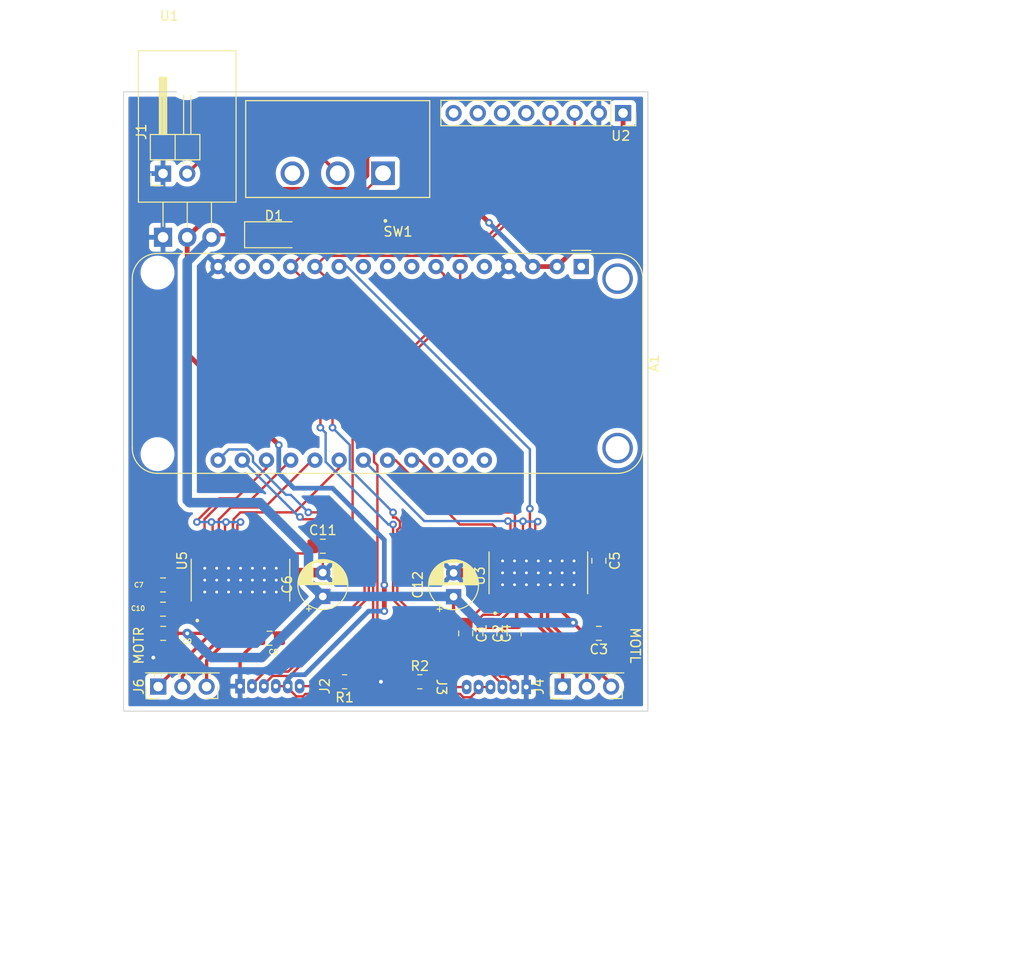
<source format=kicad_pcb>
(kicad_pcb (version 20211014) (generator pcbnew)
  (layers (0 "F.Cu" signal) (31 "B.Cu" signal) (34 "B.Paste" user) (35 "F.Paste" user) (36 "B.SilkS" user "B.Silkscreen") (37 "F.SilkS" user "F.Silkscreen") (38 "B.Mask" user) (39 "F.Mask" user) (44 "Edge.Cuts" user))
  (net 0 "")
  (net 2 "+3V3")
  (net 3 "GND")
  (net 5 "/A1")
  (net 6 "/A2")
  (net 10 "/D24")
  (net 11 "/SDA1")
  (net 12 "/SCL1")
  (net 15 "/SDA0")
  (net 16 "/SCL0")
  (net 17 "/D5")
  (net 18 "/D6")
  (net 19 "/D7")
  (net 20 "/D8")
  (net 21 "/D11")
  (net 22 "/D12")
  (net 23 "/D13")
  (net 27 "Net-(C1-Pad1)")
  (net 28 "Net-(C1-Pad2)")
  (net 29 "+BATT")
  (net 30 "Net-(C4-Pad1)")
  (net 31 "Net-(C5-Pad1)")
  (net 32 "Net-(C7-Pad1)")
  (net 33 "Net-(C7-Pad2)")
  (net 34 "Net-(C10-Pad1)")
  (net 35 "Net-(C11-Pad1)")
  (net 42 "/ml3")
  (net 43 "/ml2")
  (net 44 "/ml1")
  (net 45 "/mr2")
  (net 46 "/mr1")
  (net 47 "/mr3")
  (net 48 "/Battery+")
  (net 53 "Net-(D1-Pad2)")
  (footprint "Capacitor_SMD:C_0805_2012Metric_Pad1.18x1.45mm_HandSolder" (layer "F.Cu") (at 149.86 109.22 -90)
    (fp_text reference "C5")
    (fp_text value ".47uF")
  )
  (footprint "Capacitor_THT:CP_Radial_D5.0mm_P2.50mm" (layer "F.Cu") (at 134.62 112.99 90)
    (fp_text reference "C12")
    (fp_text value "10uF")
  )
  (footprint "Capacitor_SMD:C_0805_2012Metric_Pad1.18x1.45mm_HandSolder" (layer "F.Cu") (at 104.156304 116.84)
    (fp_text reference "C9")
    (fp_text value ".1uF")
  )
  (footprint "Connector:JST MX x6" (layer "F.Cu") (at 112.222558 122.380665 90)
    (fp_text reference "J2")
    (fp_text value "MOTR_SENS")
  )
  (footprint "Resistor_SMD:R_0805_2012Metric_Pad1.20x1.40mm_HandSolder" (layer "F.Cu") (at 123.19 121.92 180)
    (fp_text reference "R1")
    (fp_text value "R1K")
  )
  (footprint "Sensor_Motion:MPU6050_Breakout_8pin_2.54mm" (layer "F.Cu") (at 152.4 62.23 -90)
    (fp_text reference "U2")
    (fp_text value "MPU-6050-Breakout")
  )
  (footprint "Capacitor_SMD:C_0805_2012Metric_Pad1.18x1.45mm_HandSolder" (layer "F.Cu") (at 140.97 116.84 90)
    (fp_text reference "C2")
    (fp_text value ".1uF")
  )
  (footprint "Capacitor_THT:CP_Radial_D5.0mm_P2.50mm" (layer "F.Cu") (at 120.904 112.965113 90)
    (fp_text reference "C6")
    (fp_text value "10uF")
  )
  (footprint "Capacitor_SMD:C_0805_2012Metric_Pad1.18x1.45mm_HandSolder" (layer "F.Cu") (at 149.86 116.84 180)
    (fp_text reference "C3")
    (fp_text value ".1uF")
  )
  (footprint "Connector_PinHeader_2.54mm:PinHeader_1x02_P2.54mm_Horizontal" (layer "F.Cu") (at 104.14 68.58 90)
    (fp_text reference "J1")
    (fp_text value "Battery")
  )
  (footprint "Capacitor_SMD:C_0805_2012Metric_Pad1.18x1.45mm_HandSolder" (layer "F.Cu") (at 104.14 114.3 180)
    (fp_text reference "C10")
    (fp_text value ".1uF")
  )
  (footprint "Connector_PinHeader_2.54mm:PinHeader_1x03_P2.54mm_Horizontal" (layer "F.Cu") (at 146.065 122.428 90)
    (fp_text reference "J4")
    (fp_text value "MOTL")
  )
  (footprint "Resistor_SMD:R_0805_2012Metric_Pad1.20x1.40mm_HandSolder" (layer "F.Cu") (at 131.08 121.92)
    (fp_text reference "R2")
    (fp_text value "R1K")
  )
  (footprint "Capacitor_SMD:C_0805_2012Metric_Pad1.18x1.45mm_HandSolder" (layer "F.Cu") (at 115.316 117.348)
    (fp_text reference "C8")
    (fp_text value ".1uF")
  )
  (footprint "Connector:JST MX x6" (layer "F.Cu") (at 142.24 122.475335 -90)
    (fp_text reference "J3")
    (fp_text value "MOTL_SENS")
  )
  (footprint "downloaded:IC_TPS61196PWPRQ1" (layer "F.Cu") (at 112.268 111.252 90)
    (fp_text reference "U5")
    (fp_text value "DRV8313PWP")
  )
  (footprint "Capacitor_SMD:C_0805_2012Metric_Pad1.18x1.45mm_HandSolder" (layer "F.Cu") (at 104.14 111.76)
    (fp_text reference "C7")
    (fp_text value ".01uF")
  )
  (footprint "Connector_PinHeader_2.54mm:PinHeader_1x03_P2.54mm_Horizontal" (layer "F.Cu") (at 103.632 122.428 90)
    (fp_text reference "J6")
    (fp_text value "MOTR")
  )
  (footprint "downloaded:SW_L102021ML04Q" (layer "F.Cu") (at 122.465471 68.548518 180)
    (fp_text reference "SW1")
    (fp_text value "SW_SPDT")
  )
  (footprint "Diode_SMD:D_SOD-128" (layer "F.Cu") (at 115.776732 75.003589)
    (fp_text reference "D1")
    (fp_text value "DSchottky")
  )
  (footprint "downloaded:IC_TPS61196PWPRQ1" (layer "F.Cu") (at 143.51 110.49 90)
    (fp_text reference "U3")
    (fp_text value "DRV8313PWP")
  )
  (footprint "Capacitor_SMD:C_0805_2012Metric_Pad1.18x1.45mm_HandSolder" (layer "F.Cu") (at 120.904 107.696)
    (fp_text reference "C11")
    (fp_text value ".47uF")
  )
  (footprint "Module:Adafruit_Feather_M0_Wifi_WithMountingHoles" (layer "F.Cu") (at 148.013508 78.343477 -90)
    (fp_text reference "A1")
    (fp_text value "Adafruit_Feather_M0_Express")
  )
  (footprint "Capacitor_SMD:C_0805_2012Metric_Pad1.18x1.45mm_HandSolder" (layer "F.Cu") (at 135.89 116.84 -90)
    (fp_text reference "C1")
    (fp_text value ".01uF")
  )
  (footprint "Capacitor_SMD:C_0805_2012Metric_Pad1.18x1.45mm_HandSolder" (layer "F.Cu") (at 138.43 116.84 -90)
    (fp_text reference "C4")
    (fp_text value ".1uF")
  )
  (footprint "Package_TO_SOT_THT:TO-220-3_Horizontal_TabDown" (layer "F.Cu") (at 104.14 75.27)
    (fp_text reference "U1")
    (fp_text value "LD33V")
  )
  (gr_rect locked (start 100 60) (end 155 125) (layer "Edge.Cuts") (width 0.1) (fill none))
  (segment (start 111.714471 70.235529) (end 124.074471 70.235529) (width 0.5) (layer "F.Cu") (net 2))
  (segment (start 115.972558 122.380665) (end 117.222558 122.380665) (width 0.25) (layer "F.Cu") (net 2))
  (segment (start 106.68 75.27) (end 106.68 87.472006) (width 0.5) (layer "F.Cu") (net 2))
  (segment (start 138.49 122.475335) (end 137.24 122.475335) (width 0.25) (layer "F.Cu") (net 2))
  (segment (start 125.52846 68.78154) (end 125.52846 66.861507) (width 0.5) (layer "F.Cu") (net 2))
  (segment (start 126.349967 66.04) (end 130.630031 66.04) (width 0.5) (layer "F.Cu") (net 2))
  (segment (start 119.07927 123.19) (end 118.814085 123.455185) (width 0.25) (layer "F.Cu") (net 2))
  (segment (start 152.4 62.23) (end 152.4 71.416985) (width 0.5) (layer "F.Cu") (net 2))
  (segment (start 118.814085 123.455185) (end 118.131031 123.455185) (width 0.25) (layer "F.Cu") (net 2))
  (segment (start 106.68 87.472006) (end 116.283997 97.076003) (width 0.5) (layer "F.Cu") (net 2))
  (segment (start 145.473508 78.343477) (end 142.933508 78.343477) (width 0.5) (layer "F.Cu") (net 2))
  (segment (start 106.68 75.27) (end 111.714471 70.235529) (width 0.5) (layer "F.Cu") (net 2))
  (segment (start 137.24 122.475335) (end 137.24 122.725335) (width 0.25) (layer "F.Cu") (net 2))
  (segment (start 136.41548 123.549855) (end 135.648473 123.549855) (width 0.25) (layer "F.Cu") (net 2))
  (segment (start 130.630031 66.04) (end 138.340015 73.749985) (width 0.5) (layer "F.Cu") (net 2))
  (segment (start 135.288618 123.19) (end 119.07927 123.19) (width 0.25) (layer "F.Cu") (net 2))
  (segment (start 125.52846 66.861507) (end 126.349967 66.04) (width 0.5) (layer "F.Cu") (net 2))
  (segment (start 137.24 122.725335) (end 136.41548 123.549855) (width 0.25) (layer "F.Cu") (net 2))
  (segment (start 152.4 71.416985) (end 145.473508 78.343477) (width 0.5) (layer "F.Cu") (net 2))
  (segment (start 127.35354 114.504712) (end 127.35354 111.76) (width 0.5) (layer "F.Cu") (net 2))
  (segment (start 124.074471 70.235529) (end 125.52846 68.78154) (width 0.5) (layer "F.Cu") (net 2))
  (segment (start 135.648473 123.549855) (end 135.288618 123.19) (width 0.25) (layer "F.Cu") (net 2))
  (segment (start 118.131031 123.455185) (end 117.222558 122.546712) (width 0.25) (layer "F.Cu") (net 2))
  (segment (start 117.222558 122.546712) (end 117.222558 122.380665) (width 0.25) (layer "F.Cu") (net 2))
  (via (at 127.35354 111.76) (size 0.8) (drill 0.4) (layers "F.Cu" "B.Cu") (net 2))
  (via (at 127.35354 114.504712) (size 0.8) (drill 0.4) (layers "F.Cu" "B.Cu") (net 2))
  (via (at 116.283997 97.076003) (size 0.8) (drill 0.4) (layers "F.Cu" "B.Cu") (net 2))
  (via (at 138.340015 73.749985) (size 0.8) (drill 0.4) (layers "F.Cu" "B.Cu") (net 2))
  (segment (start 117.86404 101.6) (end 116.283997 100.019957) (width 0.5) (layer "B.Cu") (net 2))
  (segment (start 127.35354 114.504712) (end 125.703499 114.504712) (width 0.5) (layer "B.Cu") (net 2))
  (segment (start 127.35354 111.76) (end 127.35354 107.03354) (width 0.5) (layer "B.Cu") (net 2))
  (segment (start 125.703499 114.504712) (end 119.027066 121.181145) (width 0.5) (layer "B.Cu") (net 2))
  (segment (start 127.35354 107.03354) (end 121.92 101.6) (width 0.5) (layer "B.Cu") (net 2))
  (segment (start 121.92 101.6) (end 117.86404 101.6) (width 0.5) (layer "B.Cu") (net 2))
  (segment (start 142.933508 78.343477) (end 138.340015 73.749985) (width 0.5) (layer "B.Cu") (net 2))
  (segment (start 117.672078 121.181145) (end 117.222558 121.630665) (width 0.5) (layer "B.Cu") (net 2))
  (segment (start 119.027066 121.181145) (end 117.672078 121.181145) (width 0.5) (layer "B.Cu") (net 2))
  (segment (start 117.222558 121.630665) (end 117.222558 122.380665) (width 0.5) (layer "B.Cu") (net 2))
  (segment (start 116.283997 100.019957) (end 116.283997 97.076003) (width 0.5) (layer "B.Cu") (net 2))
  (segment (start 145.135 112.115) (end 143.51 110.49) (width 0.25) (layer "F.Cu") (net 3))
  (segment (start 134.62 110.49) (end 143.51 110.49) (width 1) (layer "F.Cu") (net 3))
  (segment (start 103.118804 117.872304) (end 103.118804 116.84) (width 0.25) (layer "F.Cu") (net 3))
  (segment (start 113.893 116.9625) (end 114.2785 117.348) (width 0.25) (layer "F.Cu") (net 3))
  (segment (start 147.735 113.29) (end 147.735 112.215) (width 0.25) (layer "F.Cu") (net 3))
  (segment (start 143.185 112.065) (end 143.51 111.74) (width 0.25) (layer "F.Cu") (net 3))
  (segment (start 149.6275 110.49) (end 149.86 110.2575) (width 0.25) (layer "F.Cu") (net 3))
  (segment (start 103.124 117.8775) (end 103.118804 117.872304) (width 0.25) (layer "F.Cu") (net 3))
  (segment (start 111.943 112.827) (end 112.268 112.502) (width 0.25) (layer "F.Cu") (net 3))
  (segment (start 147.735 113.29) (end 147.735 113.6775) (width 0.25) (layer "F.Cu") (net 3))
  (segment (start 120.904 108.7335) (end 120.904 110.465113) (width 0.25) (layer "F.Cu") (net 3))
  (segment (start 112.222558 119.403942) (end 114.2785 117.348) (width 0.35) (layer "F.Cu") (net 3))
  (segment (start 111.943 114.052) (end 111.943 112.827) (width 0.25) (layer "F.Cu") (net 3))
  (segment (start 139.285 108.74) (end 141.035 110.49) (width 0.25) (layer "F.Cu") (net 3))
  (segment (start 147.085 113.29) (end 147.085 111.915) (width 0.25) (layer "F.Cu") (net 3))
  (segment (start 120.904 110.465113) (end 113.054887 110.465113) (width 1) (layer "F.Cu") (net 3))
  (segment (start 113.243 108.452) (end 113.244331 109.991687) (width 0.25) (layer "F.Cu") (net 3))
  (segment (start 141.035 110.49) (end 143.51 110.49) (width 0.25) (layer "F.Cu") (net 3))
  (segment (start 143.185 113.29) (end 143.185 112.065) (width 0.25) (layer "F.Cu") (net 3))
  (segment (start 142.535 113.29) (end 142.535 112.015) (width 0.25) (layer "F.Cu") (net 3))
  (segment (start 116.493 114.052) (end 116.505015 112.467816) (width 0.25) (layer "F.Cu") (net 3))
  (segment (start 142.535 112.015) (end 142.26 111.74) (width 0.25) (layer "F.Cu") (net 3))
  (segment (start 147.735 113.6775) (end 150.8975 116.84) (width 0.25) (layer "F.Cu") (net 3))
  (segment (start 108.043 108.452) (end 108.051446 109.883823) (width 0.25) (layer "F.Cu") (net 3))
  (segment (start 144.685 110.49) (end 143.51 110.49) (width 0.25) (layer "F.Cu") (net 3))
  (segment (start 103.124 119.38) (end 103.124 117.8775) (width 0.35) (layer "F.Cu") (net 3))
  (segment (start 147.26 110.49) (end 149.6275 110.49) (width 0.25) (layer "F.Cu") (net 3))
  (segment (start 144.485 109.515) (end 143.51 110.49) (width 0.25) (layer "F.Cu") (net 3))
  (segment (start 111.293 112.777) (end 111.018 112.502) (width 0.25) (layer "F.Cu") (net 3))
  (segment (start 127 121.92) (end 124.19 121.92) (width 0.25) (layer "F.Cu") (net 3))
  (segment (start 142.24 119.1475) (end 142.24 122.475335) (width 0.25) (layer "F.Cu") (net 3))
  (segment (start 140.97 117.8775) (end 142.24 119.1475) (width 0.25) (layer "F.Cu") (net 3))
  (segment (start 139.285 107.69) (end 139.285 108.74) (width 0.25) (layer "F.Cu") (net 3))
  (segment (start 146.435 112.24) (end 144.685 110.49) (width 0.25) (layer "F.Cu") (net 3))
  (segment (start 127 121.92) (end 130.08 121.92) (width 0.25) (layer "F.Cu") (net 3))
  (segment (start 144.485 107.69) (end 144.485 109.515) (width 0.25) (layer "F.Cu") (net 3))
  (segment (start 145.135 113.29) (end 145.135 112.115) (width 0.25) (layer "F.Cu") (net 3))
  (segment (start 121.9415 107.696) (end 120.904 108.7335) (width 0.25) (layer "F.Cu") (net 3))
  (segment (start 113.893 114.052) (end 113.893163 112.452407) (width 0.35) (layer "F.Cu") (net 3))
  (segment (start 147.085 111.915) (end 147.26 111.74) (width 0.25) (layer "F.Cu") (net 3))
  (segment (start 113.893 114.052) (end 113.893 116.9625) (width 0.35) (layer "F.Cu") (net 3))
  (segment (start 112.222558 122.380665) (end 112.222558 119.403942) (width 0.35) (layer "F.Cu") (net 3))
  (segment (start 146.435 113.29) (end 146.435 112.24) (width 0.25) (layer "F.Cu") (net 3))
  (segment (start 115.843 114.052) (end 115.834717 112.506339) (width 0.25) (layer "F.Cu") (net 3))
  (segment (start 147.735 112.215) (end 147.26 111.74) (width 0.25) (layer "F.Cu") (net 3))
  (segment (start 111.293 114.052) (end 111.293 112.777) (width 0.25) (layer "F.Cu") (net 3))
  (segment (start 113.054887 110.465113) (end 112.268 111.252) (width 0.25) (layer "F.Cu") (net 3))
  (segment (start 115.193 114.052) (end 115.202941 112.352248) (width 0.25) (layer "F.Cu") (net 3))
  (via (at 103.124 119.38) (size 0.8) (drill 0.4) (layers "F.Cu" "B.Cu") (net 3))
  (via (at 127 121.92) (size 0.8) (drill 0.4) (layers "F.Cu" "B.Cu") (net 3))
  (segment (start 135.99 122.475335) (end 132.635335 122.475335) (width 0.25) (layer "F.Cu") (net 5))
  (segment (start 126.62904 116.46904) (end 126.62904 99.189309) (width 0.25) (layer "F.Cu") (net 5))
  (segment (start 135.313508 82.49221) (end 135.313508 78.343477) (width 0.25) (layer "F.Cu") (net 5))
  (segment (start 126.62904 99.189309) (end 126.278019 98.838288) (width 0.25) (layer "F.Cu") (net 5))
  (segment (start 126.278019 91.527699) (end 135.313508 82.49221) (width 0.25) (layer "F.Cu") (net 5))
  (segment (start 132.08 121.92) (end 126.62904 116.46904) (width 0.25) (layer "F.Cu") (net 5))
  (segment (start 126.278019 98.838288) (end 126.278019 91.527699) (width 0.25) (layer "F.Cu") (net 5))
  (segment (start 132.635335 122.475335) (end 132.08 121.92) (width 0.25) (layer "F.Cu") (net 5))
  (segment (start 133.604 83.566) (end 124.028997 93.141003) (width 0.25) (layer "F.Cu") (net 6))
  (segment (start 133.604 79.173969) (end 133.604 83.566) (width 0.25) (layer "F.Cu") (net 6))
  (segment (start 124.028997 106.883279) (end 126.17952 109.033803) (width 0.25) (layer "F.Cu") (net 6))
  (segment (start 126.17952 117.93048) (end 122.19 121.92) (width 0.25) (layer "F.Cu") (net 6))
  (segment (start 126.17952 109.033803) (end 126.17952 117.93048) (width 0.25) (layer "F.Cu") (net 6))
  (segment (start 124.028997 93.141003) (end 124.028997 106.883279) (width 0.25) (layer "F.Cu") (net 6))
  (segment (start 122.19 121.92) (end 121.729335 122.380665) (width 0.25) (layer "F.Cu") (net 6))
  (segment (start 121.729335 122.380665) (end 118.472558 122.380665) (width 0.25) (layer "F.Cu") (net 6))
  (segment (start 132.773508 78.343477) (end 133.604 79.173969) (width 0.25) (layer "F.Cu") (net 6))
  (segment (start 142.623565 107.601435) (end 142.535 107.69) (width 0.25) (layer "F.Cu") (net 10))
  (segment (start 142.623565 103.756435) (end 142.623565 107.601435) (width 0.25) (layer "F.Cu") (net 10))
  (via (at 142.623565 103.756435) (size 0.8) (drill 0.4) (layers "F.Cu" "B.Cu") (net 10))
  (segment (start 142.623565 103.756435) (end 142.623565 97.519065) (width 0.25) (layer "B.Cu") (net 10))
  (segment (start 123.447977 78.343477) (end 122.613508 78.343477) (width 0.25) (layer "B.Cu") (net 10))
  (segment (start 142.623565 97.519065) (end 123.447977 78.343477) (width 0.25) (layer "B.Cu") (net 10))
  (segment (start 137.843705 120.32904) (end 135.303691 120.32904) (width 0.25) (layer "F.Cu") (net 11))
  (segment (start 139.74 122.225335) (end 137.843705 120.32904) (width 0.25) (layer "F.Cu") (net 11))
  (segment (start 139.74 122.475335) (end 139.74 122.225335) (width 0.25) (layer "F.Cu") (net 11))
  (segment (start 137.16 76.2) (end 144.78 68.58) (width 0.25) (layer "F.Cu") (net 11))
  (segment (start 119.676985 76.2) (end 137.16 76.2) (width 0.25) (layer "F.Cu") (net 11))
  (segment (start 120.65 95.25) (end 120.65 81.459969) (width 0.25) (layer "F.Cu") (net 11))
  (segment (start 128.27 113.295349) (end 128.27 105.41) (width 0.25) (layer "F.Cu") (net 11))
  (segment (start 135.303691 120.32904) (end 128.27 113.295349) (width 0.25) (layer "F.Cu") (net 11))
  (segment (start 120.65 81.459969) (end 117.533508 78.343477) (width 0.25) (layer "F.Cu") (net 11))
  (segment (start 117.533508 78.343477) (end 119.676985 76.2) (width 0.25) (layer "F.Cu") (net 11))
  (segment (start 144.78 68.58) (end 144.78 62.23) (width 0.25) (layer "F.Cu") (net 11))
  (via (at 128.27 105.41) (size 0.8) (drill 0.4) (layers "F.Cu" "B.Cu") (net 11))
  (via (at 120.65 95.25) (size 0.8) (drill 0.4) (layers "F.Cu" "B.Cu") (net 11))
  (segment (start 121.198019 98.838288) (end 121.198019 95.798019) (width 0.25) (layer "B.Cu") (net 11))
  (segment (start 128.27 105.41) (end 127.769731 105.41) (width 0.25) (layer "B.Cu") (net 11))
  (segment (start 127.769731 105.41) (end 121.198019 98.838288) (width 0.25) (layer "B.Cu") (net 11))
  (segment (start 121.198019 95.798019) (end 120.65 95.25) (width 0.25) (layer "B.Cu") (net 11))
  (segment (start 121.92 80.189969) (end 120.073508 78.343477) (width 0.25) (layer "F.Cu") (net 12))
  (segment (start 147.32 66.675717) (end 147.32 62.23) (width 0.25) (layer "F.Cu") (net 12))
  (segment (start 121.198019 77.218966) (end 136.776751 77.218966) (width 0.25) (layer "F.Cu") (net 12))
  (segment (start 135.489889 119.87952) (end 138.029903 119.87952) (width 0.25) (layer "F.Cu") (net 12))
  (segment (start 128.71952 113.109151) (end 135.489889 119.87952) (width 0.25) (layer "F.Cu") (net 12))
  (segment (start 128.27 104.14) (end 128.27 104.685489) (width 0.25) (layer "F.Cu") (net 12))
  (segment (start 128.994511 105.710103) (end 128.71952 105.985094) (width 0.25) (layer "F.Cu") (net 12))
  (segment (start 138.029903 119.87952) (end 139.551198 121.400815) (width 0.25) (layer "F.Cu") (net 12))
  (segment (start 128.570103 104.685489) (end 128.994511 105.109897) (width 0.25) (layer "F.Cu") (net 12))
  (segment (start 140.99 122.15163) (end 140.99 122.475335) (width 0.25) (layer "F.Cu") (net 12))
  (segment (start 136.776751 77.218966) (end 147.32 66.675717) (width 0.25) (layer "F.Cu") (net 12))
  (segment (start 128.994511 105.109897) (end 128.994511 105.710103) (width 0.25) (layer "F.Cu") (net 12))
  (segment (start 120.073508 78.343477) (end 121.198019 77.218966) (width 0.25) (layer "F.Cu") (net 12))
  (segment (start 121.92 95.25) (end 121.92 80.189969) (width 0.25) (layer "F.Cu") (net 12))
  (segment (start 139.551198 121.400815) (end 140.239185 121.400815) (width 0.25) (layer "F.Cu") (net 12))
  (segment (start 128.27 104.685489) (end 128.570103 104.685489) (width 0.25) (layer "F.Cu") (net 12))
  (segment (start 128.71952 105.985094) (end 128.71952 113.109151) (width 0.25) (layer "F.Cu") (net 12))
  (segment (start 140.239185 121.400815) (end 140.99 122.15163) (width 0.25) (layer "F.Cu") (net 12))
  (via (at 128.27 104.14) (size 0.8) (drill 0.4) (layers "F.Cu" "B.Cu") (net 12))
  (via (at 121.92 95.25) (size 0.8) (drill 0.4) (layers "F.Cu" "B.Cu") (net 12))
  (segment (start 128.27 104.14) (end 123.738019 99.608019) (width 0.25) (layer "B.Cu") (net 12))
  (segment (start 123.738019 97.068019) (end 121.92 95.25) (width 0.25) (layer "B.Cu") (net 12))
  (segment (start 123.738019 99.608019) (end 123.738019 97.068019) (width 0.25) (layer "B.Cu") (net 12))
  (segment (start 120.65 104.14) (end 125.73 109.22) (width 0.25) (layer "F.Cu") (net 15))
  (segment (start 125.73 113.03) (end 117.453855 121.306145) (width 0.25) (layer "F.Cu") (net 15))
  (segment (start 119.38 104.14) (end 120.65 104.14) (width 0.25) (layer "F.Cu") (net 15))
  (segment (start 117.453855 121.306145) (end 115.631031 121.306145) (width 0.25) (layer "F.Cu") (net 15))
  (segment (start 115.631031 121.306145) (end 114.722558 122.214618) (width 0.25) (layer "F.Cu") (net 15))
  (segment (start 114.722558 122.214618) (end 114.722558 122.380665) (width 0.25) (layer "F.Cu") (net 15))
  (segment (start 125.73 109.22) (end 125.73 113.03) (width 0.25) (layer "F.Cu") (net 15))
  (via (at 119.38 104.14) (size 0.8) (drill 0.4) (layers "F.Cu" "B.Cu") (net 15))
  (segment (start 119.38 104.14) (end 117.53948 102.29948) (width 0.25) (layer "B.Cu") (net 15))
  (segment (start 113.578019 98.838288) (end 113.578019 98.197688) (width 0.25) (layer "B.Cu") (net 15))
  (segment (start 113.578019 98.197688) (end 112.919297 97.538966) (width 0.25) (layer "B.Cu") (net 15))
  (segment (start 112.919297 97.538966) (end 111.038019 97.538966) (width 0.25) (layer "B.Cu") (net 15))
  (segment (start 117.039211 102.29948) (end 113.578019 98.838288) (width 0.25) (layer "B.Cu") (net 15))
  (segment (start 117.53948 102.29948) (end 117.039211 102.29948) (width 0.25) (layer "B.Cu") (net 15))
  (segment (start 111.038019 97.538966) (end 109.913508 98.663477) (width 0.25) (layer "B.Cu") (net 15))
  (segment (start 125.28048 112.843802) (end 117.267657 120.856625) (width 0.25) (layer "F.Cu") (net 16))
  (segment (start 117.267657 120.856625) (end 114.830551 120.856625) (width 0.25) (layer "F.Cu") (net 16))
  (segment (start 118.746415 104.864511) (end 120.735004 104.864511) (width 0.25) (layer "F.Cu") (net 16))
  (segment (start 114.830551 120.856625) (end 113.472558 122.214618) (width 0.25) (layer "F.Cu") (net 16))
  (segment (start 113.472558 122.214618) (end 113.472558 122.380665) (width 0.25) (layer "F.Cu") (net 16))
  (segment (start 118.505001 104.623097) (end 118.746415 104.864511) (width 0.25) (layer "F.Cu") (net 16))
  (segment (start 120.735004 104.864511) (end 125.28048 109.409987) (width 0.25) (layer "F.Cu") (net 16))
  (segment (start 125.28048 109.409987) (end 125.28048 112.843802) (width 0.25) (layer "F.Cu") (net 16))
  (via (at 118.505001 104.623097) (size 0.8) (drill 0.4) (layers "F.Cu" "B.Cu") (net 16))
  (segment (start 118.505001 104.623097) (end 118.413128 104.623097) (width 0.25) (layer "B.Cu") (net 16))
  (segment (start 118.413128 104.623097) (end 112.453508 98.663477) (width 0.25) (layer "B.Cu") (net 16))
  (segment (start 109.343 108.452) (end 109.343 105.279) (width 0.25) (layer "F.Cu") (net 17))
  (segment (start 114.993508 99.489992) (end 114.993508 98.663477) (width 0.25) (layer "F.Cu") (net 17))
  (segment (start 110.643 105.257) (end 110.744 105.156) (width 0.25) (layer "F.Cu") (net 17))
  (segment (start 110.041188 102.67448) (end 111.80902 102.67448) (width 0.25) (layer "F.Cu") (net 17))
  (segment (start 109.343 105.279) (end 109.22 105.156) (width 0.25) (layer "F.Cu") (net 17))
  (segment (start 107.696 105.019668) (end 110.041188 102.67448) (width 0.25) (layer "F.Cu") (net 17))
  (segment (start 111.943 105.481) (end 112.268 105.156) (width 0.25) (layer "F.Cu") (net 17))
  (segment (start 111.943 108.452) (end 111.943 105.481) (width 0.25) (layer "F.Cu") (net 17))
  (segment (start 107.696 105.156) (end 107.696 105.019668) (width 0.25) (layer "F.Cu") (net 17))
  (segment (start 111.80902 102.67448) (end 114.993508 99.489992) (width 0.25) (layer "F.Cu") (net 17))
  (segment (start 110.643 108.452) (end 110.643 105.257) (width 0.25) (layer "F.Cu") (net 17))
  (via (at 110.744 105.156) (size 0.8) (drill 0.4) (layers "F.Cu" "B.Cu") (net 17))
  (via (at 107.696 105.156) (size 0.8) (drill 0.4) (layers "F.Cu" "B.Cu") (net 17))
  (via (at 112.268 105.156) (size 0.8) (drill 0.4) (layers "F.Cu" "B.Cu") (net 17))
  (via (at 109.22 105.156) (size 0.8) (drill 0.4) (layers "F.Cu" "B.Cu") (net 17))
  (segment (start 107.696 105.156) (end 109.22 105.156) (width 0.25) (layer "B.Cu") (net 17))
  (segment (start 109.22 105.156) (end 110.744 105.156) (width 0.25) (layer "B.Cu") (net 17))
  (segment (start 110.744 105.156) (end 112.268 105.156) (width 0.25) (layer "B.Cu") (net 17))
  (segment (start 108.693 108.452) (end 108.693 107.402) (width 0.25) (layer "F.Cu") (net 18))
  (segment (start 108.495489 104.855897) (end 110.227386 103.124) (width 0.25) (layer "F.Cu") (net 18))
  (segment (start 108.693 107.402) (end 108.495489 107.204489) (width 0.25) (layer "F.Cu") (net 18))
  (segment (start 113.072985 103.124) (end 117.533508 98.663477) (width 0.25) (layer "F.Cu") (net 18))
  (segment (start 110.227386 103.124) (end 113.072985 103.124) (width 0.25) (layer "F.Cu") (net 18))
  (segment (start 108.495489 107.204489) (end 108.495489 104.855897) (width 0.25) (layer "F.Cu") (net 18))
  (segment (start 114.818109 103.621891) (end 111.253495 103.621891) (width 0.25) (layer "F.Cu") (net 19))
  (segment (start 119.482504 98.957496) (end 114.818109 103.621891) (width 0.25) (layer "F.Cu") (net 19))
  (segment (start 120.073508 98.663477) (end 119.779489 98.957496) (width 0.25) (layer "F.Cu") (net 19))
  (segment (start 109.993 104.882386) (end 109.993 108.452) (width 0.25) (layer "F.Cu") (net 19))
  (segment (start 111.253495 103.621891) (end 109.993 104.882386) (width 0.25) (layer "F.Cu") (net 19))
  (segment (start 119.779489 98.957496) (end 119.482504 98.957496) (width 0.25) (layer "F.Cu") (net 19))
  (segment (start 111.468489 105.319793) (end 111.543489 105.244793) (width 0.25) (layer "F.Cu") (net 20))
  (segment (start 111.543489 104.855897) (end 112.259386 104.14) (width 0.25) (layer "F.Cu") (net 20))
  (segment (start 111.468489 108.276511) (end 111.468489 105.319793) (width 0.25) (layer "F.Cu") (net 20))
  (segment (start 111.543489 105.244793) (end 111.543489 104.855897) (width 0.25) (layer "F.Cu") (net 20))
  (segment (start 117.9635 104.14) (end 122.613508 99.489992) (width 0.25) (layer "F.Cu") (net 20))
  (segment (start 122.613508 99.489992) (end 122.613508 98.663477) (width 0.25) (layer "F.Cu") (net 20))
  (segment (start 112.259386 104.14) (end 117.9635 104.14) (width 0.25) (layer "F.Cu") (net 20))
  (segment (start 111.293 108.452) (end 111.468489 108.276511) (width 0.25) (layer "F.Cu") (net 20))
  (segment (start 143.185 107.69) (end 143.185 105.372982) (width 0.25) (layer "F.Cu") (net 21))
  (segment (start 140.328646 105.056895) (end 140.585 105.313249) (width 0.25) (layer "F.Cu") (net 21))
  (segment (start 143.185 105.372982) (end 143.450452 105.10753) (width 0.25) (layer "F.Cu") (net 21))
  (segment (start 140.585 105.313249) (end 140.585 107.69) (width 0.25) (layer "F.Cu") (net 21))
  (segment (start 141.885 107.69) (end 141.899054 105.069054) (width 0.25) (layer "F.Cu") (net 21))
  (via (at 140.328646 105.056895) (size 0.8) (drill 0.4) (layers "F.Cu" "B.Cu") (net 21))
  (via (at 141.899054 105.069054) (size 0.8) (drill 0.4) (layers "F.Cu" "B.Cu") (net 21))
  (via (at 143.450452 105.10753) (size 0.8) (drill 0.4) (layers "F.Cu" "B.Cu") (net 21))
  (segment (start 131.546926 105.056895) (end 125.153508 98.663477) (width 0.25) (layer "B.Cu") (net 21))
  (segment (start 141.886895 105.056895) (end 141.899054 105.069054) (width 0.25) (layer "B.Cu") (net 21))
  (segment (start 141.93753 105.10753) (end 141.899054 105.069054) (width 0.25) (layer "B.Cu") (net 21))
  (segment (start 143.450452 105.10753) (end 141.93753 105.10753) (width 0.25) (layer "B.Cu") (net 21))
  (segment (start 140.328646 105.056895) (end 141.886895 105.056895) (width 0.25) (layer "B.Cu") (net 21))
  (segment (start 140.328646 105.056895) (end 131.546926 105.056895) (width 0.25) (layer "B.Cu") (net 21))
  (segment (start 138.705 105.41) (end 135.2745 105.41) (width 0.25) (layer "F.Cu") (net 22))
  (segment (start 139.935 107.69) (end 139.935 106.64) (width 0.25) (layer "F.Cu") (net 22))
  (segment (start 139.935 106.64) (end 138.705 105.41) (width 0.25) (layer "F.Cu") (net 22))
  (segment (start 128.527977 98.663477) (end 127.693508 98.663477) (width 0.25) (layer "F.Cu") (net 22))
  (segment (start 135.2745 105.41) (end 128.527977 98.663477) (width 0.25) (layer "F.Cu") (net 22))
  (segment (start 136.5445 104.14) (end 140.97 104.14) (width 0.25) (layer "F.Cu") (net 23))
  (segment (start 141.053157 106.663983) (end 141.235 106.845826) (width 0.25) (layer "F.Cu") (net 23))
  (segment (start 141.053157 104.223157) (end 141.053157 106.663983) (width 0.25) (layer "F.Cu") (net 23))
  (segment (start 130.233508 98.663477) (end 131.067977 98.663477) (width 0.25) (layer "F.Cu") (net 23))
  (segment (start 140.97 104.14) (end 141.053157 104.223157) (width 0.25) (layer "F.Cu") (net 23))
  (segment (start 141.235 106.845826) (end 141.235 107.69) (width 0.25) (layer "F.Cu") (net 23))
  (segment (start 131.067977 98.663477) (end 136.5445 104.14) (width 0.25) (layer "F.Cu") (net 23))
  (segment (start 138.4025 113.29) (end 139.285 113.29) (width 0.25) (layer "F.Cu") (net 27))
  (segment (start 135.89 115.8025) (end 138.4025 113.29) (width 0.25) (layer "F.Cu") (net 27))
  (segment (start 139.935 113.29) (end 139.935 114.34) (width 0.25) (layer "F.Cu") (net 28))
  (segment (start 137.717027 114.89048) (end 137.16 115.447507) (width 0.25) (layer "F.Cu") (net 28))
  (segment (start 137.16 115.447507) (end 137.16 116.84) (width 0.25) (layer "F.Cu") (net 28))
  (segment (start 137.16 116.84) (end 136.1225 117.8775) (width 0.25) (layer "F.Cu") (net 28))
  (segment (start 139.935 114.34) (end 139.38452 114.89048) (width 0.25) (layer "F.Cu") (net 28))
  (segment (start 139.38452 114.89048) (end 137.717027 114.89048) (width 0.25) (layer "F.Cu") (net 28))
  (segment (start 136.1225 117.8775) (end 135.89 117.8775) (width 0.25) (layer "F.Cu") (net 28))
  (segment (start 148.8225 116.84) (end 148.285978 116.84) (width 0.35) (layer "F.Cu") (net 29))
  (segment (start 109.993 115.101022) (end 109.993 114.052) (width 0.35) (layer "F.Cu") (net 29))
  (segment (start 106.68 116.84) (end 108.254022 116.84) (width 0.35) (layer "F.Cu") (net 29))
  (segment (start 147.167989 115.722011) (end 145.785 114.339022) (width 0.35) (layer "F.Cu") (net 29))
  (segment (start 120.736387 112.965113) (end 116.3535 117.348) (width 0.35) (layer "F.Cu") (net 29))
  (segment (start 136.9275 119.38) (end 138.43 117.8775) (width 0.35) (layer "F.Cu") (net 29))
  (segment (start 105.193804 116.84) (end 106.68 116.84) (width 0.35) (layer "F.Cu") (net 29))
  (segment (start 109.486411 75.003589) (end 109.22 75.27) (width 0.35) (layer "F.Cu") (net 29))
  (segment (start 140.505 115.8025) (end 138.43 117.8775) (width 0.35) (layer "F.Cu") (net 29))
  (segment (start 141.235 113.29) (end 141.235 115.5375) (width 0.35) (layer "F.Cu") (net 29))
  (segment (start 134.62 118.303204) (end 135.696796 119.38) (width 0.35) (layer "F.Cu") (net 29))
  (segment (start 134.62 112.99) (end 134.62 118.303204) (width 0.35) (layer "F.Cu") (net 29))
  (segment (start 108.254022 116.84) (end 109.993 115.101022) (width 0.35) (layer "F.Cu") (net 29))
  (segment (start 113.576732 75.003589) (end 109.486411 75.003589) (width 0.35) (layer "F.Cu") (net 29))
  (segment (start 104.840201 117.053701) (end 104.980103 117.053701) (width 0.35) (layer "F.Cu") (net 29))
  (segment (start 141.235 115.5375) (end 140.97 115.8025) (width 0.35) (layer "F.Cu") (net 29))
  (segment (start 145.785 114.339022) (end 145.785 113.29) (width 0.35) (layer "F.Cu") (net 29))
  (segment (start 104.980103 117.053701) (end 105.193804 116.84) (width 0.35) (layer "F.Cu") (net 29))
  (segment (start 114.543 114.052) (end 114.543 115.5375) (width 0.35) (layer "F.Cu") (net 29))
  (segment (start 140.97 115.8025) (end 140.505 115.8025) (width 0.35) (layer "F.Cu") (net 29))
  (segment (start 135.696796 119.38) (end 136.9275 119.38) (width 0.35) (layer "F.Cu") (net 29))
  (segment (start 114.543 115.5375) (end 116.3535 117.348) (width 0.35) (layer "F.Cu") (net 29))
  (segment (start 105.156 116.877804) (end 105.193804 116.84) (width 0.35) (layer "F.Cu") (net 29))
  (segment (start 103.1025 114.748696) (end 105.193804 116.84) (width 0.35) (layer "F.Cu") (net 29))
  (segment (start 134.595113 112.965113) (end 134.62 112.99) (width 0.35) (layer "F.Cu") (net 29))
  (segment (start 120.904 112.965113) (end 120.736387 112.965113) (width 0.35) (layer "F.Cu") (net 29))
  (segment (start 103.1025 114.3) (end 103.1025 114.748696) (width 0.35) (layer "F.Cu") (net 29))
  (segment (start 148.285978 116.84) (end 147.167989 115.722011) (width 0.35) (layer "F.Cu") (net 29))
  (via (at 147.167989 115.722011) (size 0.8) (drill 0.4) (layers "F.Cu" "B.Cu") (net 29))
  (via (at 106.68 116.84) (size 0.8) (drill 0.4) (layers "F.Cu" "B.Cu") (net 29))
  (segment (start 114.3 103.124) (end 119.404489 108.228489) (width 1) (layer "B.Cu") (net 29))
  (segment (start 106.68 116.84) (end 109.22 119.38) (width 1) (layer "B.Cu") (net 29))
  (segment (start 106.68 102.87) (end 106.934 103.124) (width 1) (layer "B.Cu") (net 29))
  (segment (start 109.22 75.27) (end 106.68 77.81) (width 1) (layer "B.Cu") (net 29))
  (segment (start 134.595113 112.965113) (end 134.62 112.99) (width 0.35) (layer "B.Cu") (net 29))
  (segment (start 109.22 119.38) (end 114.489113 119.38) (width 1) (layer "B.Cu") (net 29))
  (segment (start 119.404489 108.228489) (end 119.404489 111.465602) (width 1) (layer "B.Cu") (net 29))
  (segment (start 114.489113 119.38) (end 120.904 112.965113) (width 1) (layer "B.Cu") (net 29))
  (segment (start 137.352011 115.722011) (end 134.62 112.99) (width 1) (layer "B.Cu") (net 29))
  (segment (start 120.904 112.965113) (end 134.595113 112.965113) (width 1) (layer "B.Cu") (net 29))
  (segment (start 106.68 77.81) (end 106.68 102.87) (width 1) (layer "B.Cu") (net 29))
  (segment (start 119.404489 111.465602) (end 120.904 112.965113) (width 1) (layer "B.Cu") (net 29))
  (segment (start 106.934 103.124) (end 114.3 103.124) (width 1) (layer "B.Cu") (net 29))
  (segment (start 147.167989 115.722011) (end 137.352011 115.722011) (width 1) (layer "B.Cu") (net 29))
  (segment (start 138.43 115.8025) (end 139.23298 115.8025) (width 0.25) (layer "F.Cu") (net 30))
  (segment (start 140.585 114.45048) (end 140.585 113.29) (width 0.25) (layer "F.Cu") (net 30))
  (segment (start 139.23298 115.8025) (end 140.585 114.45048) (width 0.25) (layer "F.Cu") (net 30))
  (segment (start 148.2275 108.1825) (end 147.735 107.69) (width 0.25) (layer "F.Cu") (net 31))
  (segment (start 149.86 108.1825) (end 148.2275 108.1825) (width 0.25) (layer "F.Cu") (net 31))
  (segment (start 108.043 114.052) (end 106.08952 112.09852) (width 0.25) (layer "F.Cu") (net 32))
  (segment (start 104.3725 110.49) (end 103.1025 111.76) (width 0.25) (layer "F.Cu") (net 32))
  (segment (start 106.08952 111.047027) (end 105.532493 110.49) (width 0.25) (layer "F.Cu") (net 32))
  (segment (start 106.08952 112.09852) (end 106.08952 111.047027) (width 0.25) (layer "F.Cu") (net 32))
  (segment (start 105.532493 110.49) (end 104.3725 110.49) (width 0.25) (layer "F.Cu") (net 32))
  (segment (start 105.1775 111.822218) (end 107.568489 114.213207) (width 0.25) (layer "F.Cu") (net 33))
  (segment (start 108.693 115.001022) (end 108.693 114.052) (width 0.25) (layer "F.Cu") (net 33))
  (segment (start 107.568489 115.176511) (end 108.517511 115.176511) (width 0.25) (layer "F.Cu") (net 33))
  (segment (start 108.517511 115.176511) (end 108.693 115.001022) (width 0.25) (layer "F.Cu") (net 33))
  (segment (start 105.1775 111.76) (end 105.1775 111.822218) (width 0.25) (layer "F.Cu") (net 33))
  (segment (start 107.568489 114.213207) (end 107.568489 115.176511) (width 0.25) (layer "F.Cu") (net 33))
  (segment (start 109.343 114.994572) (end 109.343 114.052) (width 0.25) (layer "F.Cu") (net 34))
  (segment (start 106.503531 115.626031) (end 105.1775 114.3) (width 0.25) (layer "F.Cu") (net 34))
  (segment (start 105.1775 114.3) (end 105.1775 115.316) (width 0.25) (layer "F.Cu") (net 34))
  (segment (start 108.711541 115.626031) (end 109.343 114.994572) (width 0.25) (layer "F.Cu") (net 34))
  (segment (start 108.711541 115.626031) (end 106.503531 115.626031) (width 0.25) (layer "F.Cu") (net 34))
  (segment (start 105.1775 115.316) (end 105.487531 115.626031) (width 0.25) (layer "F.Cu") (net 34))
  (segment (start 119.1105 108.452) (end 116.493 108.452) (width 0.25) (layer "F.Cu") (net 35))
  (segment (start 119.8665 107.696) (end 119.1105 108.452) (width 0.25) (layer "F.Cu") (net 35))
  (segment (start 144.485 115.485724) (end 151.145 122.145724) (width 0.35) (layer "F.Cu") (net 42))
  (segment (start 151.145 122.145724) (end 151.145 122.428) (width 0.35) (layer "F.Cu") (net 42))
  (segment (start 144.485 113.29) (end 144.485 115.485724) (width 0.35) (layer "F.Cu") (net 42))
  (segment (start 148.605 120.382862) (end 148.605 122.428) (width 0.35) (layer "F.Cu") (net 43))
  (segment (start 143.835 113.29) (end 143.835 115.612862) (width 0.35) (layer "F.Cu") (net 43))
  (segment (start 143.835 115.612862) (end 148.605 120.382862) (width 0.35) (layer "F.Cu") (net 43))
  (segment (start 141.885 114.44) (end 146.065 118.62) (width 0.35) (layer "F.Cu") (net 44))
  (segment (start 141.885 113.29) (end 141.885 114.44) (width 0.35) (layer "F.Cu") (net 44))
  (segment (start 146.065 118.62) (end 146.065 122.428) (width 0.35) (layer "F.Cu") (net 44))
  (segment (start 106.172 121.332675) (end 106.172 122.428) (width 0.35) (layer "F.Cu") (net 45))
  (segment (start 112.593 114.911675) (end 106.172 121.332675) (width 0.35) (layer "F.Cu") (net 45))
  (segment (start 112.593 114.052) (end 112.593 114.911675) (width 0.35) (layer "F.Cu") (net 45))
  (segment (start 103.632 122.387566) (end 103.632 122.428) (width 0.35) (layer "F.Cu") (net 46))
  (segment (start 110.643 115.376566) (end 103.632 122.387566) (width 0.35) (layer "F.Cu") (net 46))
  (segment (start 110.643 114.052) (end 110.643 115.376566) (width 0.35) (layer "F.Cu") (net 46))
  (segment (start 108.712 119.694796) (end 108.712 122.428) (width 0.35) (layer "F.Cu") (net 47))
  (segment (start 113.243 115.163796) (end 108.712 119.694796) (width 0.35) (layer "F.Cu") (net 47))
  (segment (start 113.243 114.052) (end 113.243 115.163796) (width 0.35) (layer "F.Cu") (net 47))
  (segment (start 122.465471 68.548518) (end 117.416953 63.5) (width 0.35) (layer "F.Cu") (net 48))
  (segment (start 111.76 63.5) (end 106.68 68.58) (width 0.35) (layer "F.Cu") (net 48))
  (segment (start 117.416953 63.5) (end 111.76 63.5) (width 0.35) (layer "F.Cu") (net 48))
  (segment (start 117.976732 75.003589) (end 120.7604 75.003589) (width 0.25) (layer "F.Cu") (net 53))
  (segment (start 120.7604 75.003589) (end 127.215471 68.548518) (width 0.25) (layer "F.Cu") (net 53))
  (zone (net 3) (net_name "GND") (layer "B.Cu") (connect_pads (clearance 0.508)) (min_thickness 0.254) (fill yes (thermal_gap 0.508) (thermal_bridge_width 0.508))
    (polygon (pts (xy 163.83 132.08) (xy 90.17 132.08) (xy 91.44 53.34) (xy 163.83 53.34)))
  )
)
</source>
